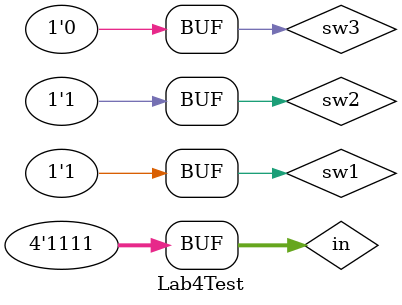
<source format=v>
module Lab4Test();
	reg sw1, sw2, sw3;
	reg [3:0] in;
	wire [6:0] outlsb, outmsb, outtype;
	parameter time_out = 100;
	
	initial $monitor (in, sw1, sw2, sw3, outtype, outmsb, outlsb);
	always
	begin
		#0 in = 4'b0000; sw1 = 1; sw2 = 1; sw3 = 1;
		#5 in = 4'b1001; sw1 = 0;
		#5 sw1 = 1; sw2 = 0;
		#5 sw2 = 1; sw3 = 0;
		#5 sw1 = 0;
		#5 sw2 = 0;
		#5 sw3 = 1;
		#5 sw2 = 1;
		#5 sw1 = 1;
		#5 in = 4'b1111; sw1 = 0;
		#5 sw1 = 1; sw2 = 0;
		#5 sw2 = 1; sw3 = 0;
		#5 sw3 = 0;
	end
	Lab4 test(in, outlsb, outmsb, outtype, sw1, sw2, sw3);

endmodule 
</source>
